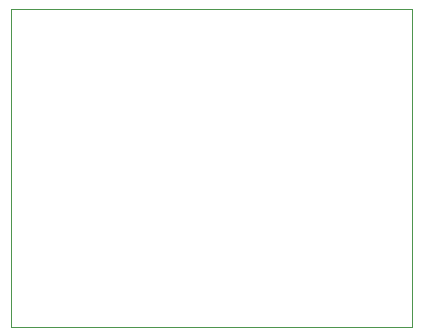
<source format=gbr>
%TF.GenerationSoftware,KiCad,Pcbnew,7.0.7-7.0.7~ubuntu20.04.1*%
%TF.CreationDate,2023-08-29T15:56:50+01:00*%
%TF.ProjectId,hot-end-connector,686f742d-656e-4642-9d63-6f6e6e656374,rev?*%
%TF.SameCoordinates,Original*%
%TF.FileFunction,Profile,NP*%
%FSLAX46Y46*%
G04 Gerber Fmt 4.6, Leading zero omitted, Abs format (unit mm)*
G04 Created by KiCad (PCBNEW 7.0.7-7.0.7~ubuntu20.04.1) date 2023-08-29 15:56:50*
%MOMM*%
%LPD*%
G01*
G04 APERTURE LIST*
%TA.AperFunction,Profile*%
%ADD10C,0.100000*%
%TD*%
G04 APERTURE END LIST*
D10*
X29000000Y-181000000D02*
X29000000Y-154000000D01*
X63000000Y-181000000D02*
X29000000Y-181000000D01*
X63000000Y-154000000D02*
X63000000Y-181000000D01*
X29000000Y-154000000D02*
X63000000Y-154000000D01*
M02*

</source>
